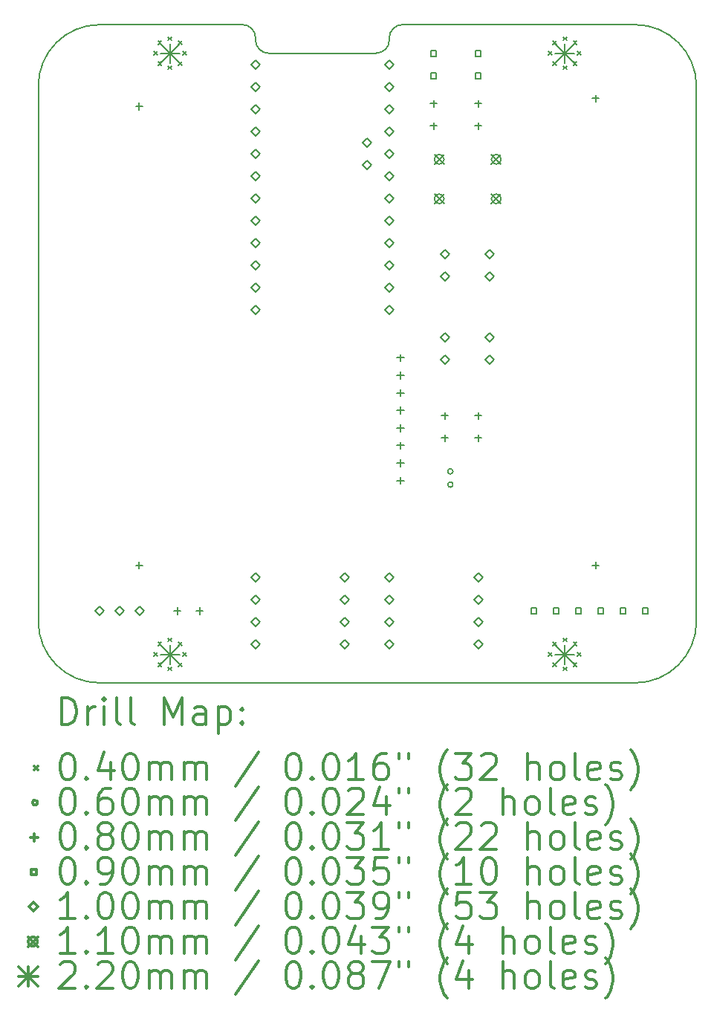
<source format=gbr>
%FSLAX45Y45*%
G04 Gerber Fmt 4.5, Leading zero omitted, Abs format (unit mm)*
G04 Created by KiCad (PCBNEW 4.0.7) date 05/11/18 23:37:20*
%MOMM*%
%LPD*%
G01*
G04 APERTURE LIST*
%ADD10C,0.127000*%
%ADD11C,0.150000*%
%ADD12C,0.200000*%
%ADD13C,0.300000*%
G04 APERTURE END LIST*
D10*
D11*
X12400000Y-7800000D02*
X12425000Y-7800000D01*
X14100000Y-7950000D02*
X14100000Y-7975000D01*
X12575000Y-7950000D02*
X12575000Y-7975000D01*
X12725000Y-8125000D02*
X13950000Y-8125000D01*
X13950000Y-8125000D02*
G75*
G03X14100000Y-7975000I0J150000D01*
G01*
X14250000Y-7800000D02*
G75*
G03X14100000Y-7950000I0J-150000D01*
G01*
X12575000Y-7975000D02*
G75*
G03X12725000Y-8125000I150000J0D01*
G01*
X12575000Y-7950000D02*
G75*
G03X12425000Y-7800000I-150000J0D01*
G01*
X10800000Y-7800000D02*
X12400000Y-7800000D01*
X14250000Y-7800000D02*
X16900000Y-7800000D01*
X10800000Y-15300000D02*
X16900000Y-15300000D01*
X10100000Y-8500000D02*
X10100000Y-14600000D01*
X17600000Y-14600000D02*
X17600000Y-8500000D01*
X17600000Y-8500000D02*
G75*
G03X16900000Y-7800000I-700000J0D01*
G01*
X10100000Y-14600000D02*
G75*
G03X10800000Y-15300000I700000J0D01*
G01*
X16900000Y-15300000D02*
G75*
G03X17600000Y-14600000I0J700000D01*
G01*
X10800000Y-7800000D02*
G75*
G03X10100000Y-8500000I0J-700000D01*
G01*
D12*
X11415000Y-8105000D02*
X11455000Y-8145000D01*
X11455000Y-8105000D02*
X11415000Y-8145000D01*
X11415000Y-14955000D02*
X11455000Y-14995000D01*
X11455000Y-14955000D02*
X11415000Y-14995000D01*
X11463327Y-7988327D02*
X11503327Y-8028327D01*
X11503327Y-7988327D02*
X11463327Y-8028327D01*
X11463327Y-8221673D02*
X11503327Y-8261673D01*
X11503327Y-8221673D02*
X11463327Y-8261673D01*
X11463327Y-14838327D02*
X11503327Y-14878327D01*
X11503327Y-14838327D02*
X11463327Y-14878327D01*
X11463327Y-15071673D02*
X11503327Y-15111673D01*
X11503327Y-15071673D02*
X11463327Y-15111673D01*
X11580000Y-7940000D02*
X11620000Y-7980000D01*
X11620000Y-7940000D02*
X11580000Y-7980000D01*
X11580000Y-8270000D02*
X11620000Y-8310000D01*
X11620000Y-8270000D02*
X11580000Y-8310000D01*
X11580000Y-14790000D02*
X11620000Y-14830000D01*
X11620000Y-14790000D02*
X11580000Y-14830000D01*
X11580000Y-15120000D02*
X11620000Y-15160000D01*
X11620000Y-15120000D02*
X11580000Y-15160000D01*
X11696673Y-7988327D02*
X11736673Y-8028327D01*
X11736673Y-7988327D02*
X11696673Y-8028327D01*
X11696673Y-8221673D02*
X11736673Y-8261673D01*
X11736673Y-8221673D02*
X11696673Y-8261673D01*
X11696673Y-14838327D02*
X11736673Y-14878327D01*
X11736673Y-14838327D02*
X11696673Y-14878327D01*
X11696673Y-15071673D02*
X11736673Y-15111673D01*
X11736673Y-15071673D02*
X11696673Y-15111673D01*
X11745000Y-8105000D02*
X11785000Y-8145000D01*
X11785000Y-8105000D02*
X11745000Y-8145000D01*
X11745000Y-14955000D02*
X11785000Y-14995000D01*
X11785000Y-14955000D02*
X11745000Y-14995000D01*
X15915000Y-8105000D02*
X15955000Y-8145000D01*
X15955000Y-8105000D02*
X15915000Y-8145000D01*
X15915000Y-14955000D02*
X15955000Y-14995000D01*
X15955000Y-14955000D02*
X15915000Y-14995000D01*
X15963327Y-7988327D02*
X16003327Y-8028327D01*
X16003327Y-7988327D02*
X15963327Y-8028327D01*
X15963327Y-8221673D02*
X16003327Y-8261673D01*
X16003327Y-8221673D02*
X15963327Y-8261673D01*
X15963327Y-14838327D02*
X16003327Y-14878327D01*
X16003327Y-14838327D02*
X15963327Y-14878327D01*
X15963327Y-15071673D02*
X16003327Y-15111673D01*
X16003327Y-15071673D02*
X15963327Y-15111673D01*
X16080000Y-7940000D02*
X16120000Y-7980000D01*
X16120000Y-7940000D02*
X16080000Y-7980000D01*
X16080000Y-8270000D02*
X16120000Y-8310000D01*
X16120000Y-8270000D02*
X16080000Y-8310000D01*
X16080000Y-14790000D02*
X16120000Y-14830000D01*
X16120000Y-14790000D02*
X16080000Y-14830000D01*
X16080000Y-15120000D02*
X16120000Y-15160000D01*
X16120000Y-15120000D02*
X16080000Y-15160000D01*
X16196673Y-7988327D02*
X16236673Y-8028327D01*
X16236673Y-7988327D02*
X16196673Y-8028327D01*
X16196673Y-8221673D02*
X16236673Y-8261673D01*
X16236673Y-8221673D02*
X16196673Y-8261673D01*
X16196673Y-14838327D02*
X16236673Y-14878327D01*
X16236673Y-14838327D02*
X16196673Y-14878327D01*
X16196673Y-15071673D02*
X16236673Y-15111673D01*
X16236673Y-15071673D02*
X16196673Y-15111673D01*
X16245000Y-8105000D02*
X16285000Y-8145000D01*
X16285000Y-8105000D02*
X16245000Y-8145000D01*
X16245000Y-14955000D02*
X16285000Y-14995000D01*
X16285000Y-14955000D02*
X16245000Y-14995000D01*
X14825500Y-12890500D02*
G75*
G03X14825500Y-12890500I-30000J0D01*
G01*
X14825500Y-13040500D02*
G75*
G03X14825500Y-13040500I-30000J0D01*
G01*
X11250000Y-8690000D02*
X11250000Y-8770000D01*
X11210000Y-8730000D02*
X11290000Y-8730000D01*
X11250000Y-13920000D02*
X11250000Y-14000000D01*
X11210000Y-13960000D02*
X11290000Y-13960000D01*
X11684000Y-14438000D02*
X11684000Y-14518000D01*
X11644000Y-14478000D02*
X11724000Y-14478000D01*
X11938000Y-14438000D02*
X11938000Y-14518000D01*
X11898000Y-14478000D02*
X11978000Y-14478000D01*
X14228000Y-11554500D02*
X14228000Y-11634500D01*
X14188000Y-11594500D02*
X14268000Y-11594500D01*
X14228000Y-11754500D02*
X14228000Y-11834500D01*
X14188000Y-11794500D02*
X14268000Y-11794500D01*
X14228000Y-11954500D02*
X14228000Y-12034500D01*
X14188000Y-11994500D02*
X14268000Y-11994500D01*
X14228000Y-12154500D02*
X14228000Y-12234500D01*
X14188000Y-12194500D02*
X14268000Y-12194500D01*
X14228000Y-12354500D02*
X14228000Y-12434500D01*
X14188000Y-12394500D02*
X14268000Y-12394500D01*
X14228000Y-12554500D02*
X14228000Y-12634500D01*
X14188000Y-12594500D02*
X14268000Y-12594500D01*
X14228000Y-12754500D02*
X14228000Y-12834500D01*
X14188000Y-12794500D02*
X14268000Y-12794500D01*
X14228000Y-12954500D02*
X14228000Y-13034500D01*
X14188000Y-12994500D02*
X14268000Y-12994500D01*
X14605000Y-8659500D02*
X14605000Y-8739500D01*
X14565000Y-8699500D02*
X14645000Y-8699500D01*
X14605000Y-8913500D02*
X14605000Y-8993500D01*
X14565000Y-8953500D02*
X14645000Y-8953500D01*
X14732000Y-12215500D02*
X14732000Y-12295500D01*
X14692000Y-12255500D02*
X14772000Y-12255500D01*
X14732000Y-12469500D02*
X14732000Y-12549500D01*
X14692000Y-12509500D02*
X14772000Y-12509500D01*
X15113000Y-8659500D02*
X15113000Y-8739500D01*
X15073000Y-8699500D02*
X15153000Y-8699500D01*
X15113000Y-8913500D02*
X15113000Y-8993500D01*
X15073000Y-8953500D02*
X15153000Y-8953500D01*
X15113000Y-12215500D02*
X15113000Y-12295500D01*
X15073000Y-12255500D02*
X15153000Y-12255500D01*
X15113000Y-12469500D02*
X15113000Y-12549500D01*
X15073000Y-12509500D02*
X15153000Y-12509500D01*
X16450000Y-8600000D02*
X16450000Y-8680000D01*
X16410000Y-8640000D02*
X16490000Y-8640000D01*
X16450000Y-13920000D02*
X16450000Y-14000000D01*
X16410000Y-13960000D02*
X16490000Y-13960000D01*
X14636820Y-8159820D02*
X14636820Y-8096180D01*
X14573180Y-8096180D01*
X14573180Y-8159820D01*
X14636820Y-8159820D01*
X14636820Y-8413820D02*
X14636820Y-8350180D01*
X14573180Y-8350180D01*
X14573180Y-8413820D01*
X14636820Y-8413820D01*
X15144820Y-8159820D02*
X15144820Y-8096180D01*
X15081180Y-8096180D01*
X15081180Y-8159820D01*
X15144820Y-8159820D01*
X15144820Y-8413820D02*
X15144820Y-8350180D01*
X15081180Y-8350180D01*
X15081180Y-8413820D01*
X15144820Y-8413820D01*
X15779820Y-14509820D02*
X15779820Y-14446180D01*
X15716180Y-14446180D01*
X15716180Y-14509820D01*
X15779820Y-14509820D01*
X16033820Y-14509820D02*
X16033820Y-14446180D01*
X15970180Y-14446180D01*
X15970180Y-14509820D01*
X16033820Y-14509820D01*
X16287820Y-14509820D02*
X16287820Y-14446180D01*
X16224180Y-14446180D01*
X16224180Y-14509820D01*
X16287820Y-14509820D01*
X16541820Y-14509820D02*
X16541820Y-14446180D01*
X16478180Y-14446180D01*
X16478180Y-14509820D01*
X16541820Y-14509820D01*
X16795820Y-14509820D02*
X16795820Y-14446180D01*
X16732180Y-14446180D01*
X16732180Y-14509820D01*
X16795820Y-14509820D01*
X17049820Y-14509820D02*
X17049820Y-14446180D01*
X16986180Y-14446180D01*
X16986180Y-14509820D01*
X17049820Y-14509820D01*
X10795000Y-14528000D02*
X10845000Y-14478000D01*
X10795000Y-14428000D01*
X10745000Y-14478000D01*
X10795000Y-14528000D01*
X11025000Y-14528000D02*
X11075000Y-14478000D01*
X11025000Y-14428000D01*
X10975000Y-14478000D01*
X11025000Y-14528000D01*
X11255000Y-14528000D02*
X11305000Y-14478000D01*
X11255000Y-14428000D01*
X11205000Y-14478000D01*
X11255000Y-14528000D01*
X12573000Y-8305000D02*
X12623000Y-8255000D01*
X12573000Y-8205000D01*
X12523000Y-8255000D01*
X12573000Y-8305000D01*
X12573000Y-8559000D02*
X12623000Y-8509000D01*
X12573000Y-8459000D01*
X12523000Y-8509000D01*
X12573000Y-8559000D01*
X12573000Y-8813000D02*
X12623000Y-8763000D01*
X12573000Y-8713000D01*
X12523000Y-8763000D01*
X12573000Y-8813000D01*
X12573000Y-9067000D02*
X12623000Y-9017000D01*
X12573000Y-8967000D01*
X12523000Y-9017000D01*
X12573000Y-9067000D01*
X12573000Y-9321000D02*
X12623000Y-9271000D01*
X12573000Y-9221000D01*
X12523000Y-9271000D01*
X12573000Y-9321000D01*
X12573000Y-9575000D02*
X12623000Y-9525000D01*
X12573000Y-9475000D01*
X12523000Y-9525000D01*
X12573000Y-9575000D01*
X12573000Y-9829000D02*
X12623000Y-9779000D01*
X12573000Y-9729000D01*
X12523000Y-9779000D01*
X12573000Y-9829000D01*
X12573000Y-10083000D02*
X12623000Y-10033000D01*
X12573000Y-9983000D01*
X12523000Y-10033000D01*
X12573000Y-10083000D01*
X12573000Y-10337000D02*
X12623000Y-10287000D01*
X12573000Y-10237000D01*
X12523000Y-10287000D01*
X12573000Y-10337000D01*
X12573000Y-10591000D02*
X12623000Y-10541000D01*
X12573000Y-10491000D01*
X12523000Y-10541000D01*
X12573000Y-10591000D01*
X12573000Y-10845000D02*
X12623000Y-10795000D01*
X12573000Y-10745000D01*
X12523000Y-10795000D01*
X12573000Y-10845000D01*
X12573000Y-11099000D02*
X12623000Y-11049000D01*
X12573000Y-10999000D01*
X12523000Y-11049000D01*
X12573000Y-11099000D01*
X12573000Y-14147000D02*
X12623000Y-14097000D01*
X12573000Y-14047000D01*
X12523000Y-14097000D01*
X12573000Y-14147000D01*
X12573000Y-14401000D02*
X12623000Y-14351000D01*
X12573000Y-14301000D01*
X12523000Y-14351000D01*
X12573000Y-14401000D01*
X12573000Y-14655000D02*
X12623000Y-14605000D01*
X12573000Y-14555000D01*
X12523000Y-14605000D01*
X12573000Y-14655000D01*
X12573000Y-14909000D02*
X12623000Y-14859000D01*
X12573000Y-14809000D01*
X12523000Y-14859000D01*
X12573000Y-14909000D01*
X13589000Y-14147000D02*
X13639000Y-14097000D01*
X13589000Y-14047000D01*
X13539000Y-14097000D01*
X13589000Y-14147000D01*
X13589000Y-14401000D02*
X13639000Y-14351000D01*
X13589000Y-14301000D01*
X13539000Y-14351000D01*
X13589000Y-14401000D01*
X13589000Y-14655000D02*
X13639000Y-14605000D01*
X13589000Y-14555000D01*
X13539000Y-14605000D01*
X13589000Y-14655000D01*
X13589000Y-14909000D02*
X13639000Y-14859000D01*
X13589000Y-14809000D01*
X13539000Y-14859000D01*
X13589000Y-14909000D01*
X13843000Y-9194000D02*
X13893000Y-9144000D01*
X13843000Y-9094000D01*
X13793000Y-9144000D01*
X13843000Y-9194000D01*
X13843000Y-9448000D02*
X13893000Y-9398000D01*
X13843000Y-9348000D01*
X13793000Y-9398000D01*
X13843000Y-9448000D01*
X14097000Y-8305000D02*
X14147000Y-8255000D01*
X14097000Y-8205000D01*
X14047000Y-8255000D01*
X14097000Y-8305000D01*
X14097000Y-8559000D02*
X14147000Y-8509000D01*
X14097000Y-8459000D01*
X14047000Y-8509000D01*
X14097000Y-8559000D01*
X14097000Y-8813000D02*
X14147000Y-8763000D01*
X14097000Y-8713000D01*
X14047000Y-8763000D01*
X14097000Y-8813000D01*
X14097000Y-9067000D02*
X14147000Y-9017000D01*
X14097000Y-8967000D01*
X14047000Y-9017000D01*
X14097000Y-9067000D01*
X14097000Y-9321000D02*
X14147000Y-9271000D01*
X14097000Y-9221000D01*
X14047000Y-9271000D01*
X14097000Y-9321000D01*
X14097000Y-9575000D02*
X14147000Y-9525000D01*
X14097000Y-9475000D01*
X14047000Y-9525000D01*
X14097000Y-9575000D01*
X14097000Y-9829000D02*
X14147000Y-9779000D01*
X14097000Y-9729000D01*
X14047000Y-9779000D01*
X14097000Y-9829000D01*
X14097000Y-10083000D02*
X14147000Y-10033000D01*
X14097000Y-9983000D01*
X14047000Y-10033000D01*
X14097000Y-10083000D01*
X14097000Y-10337000D02*
X14147000Y-10287000D01*
X14097000Y-10237000D01*
X14047000Y-10287000D01*
X14097000Y-10337000D01*
X14097000Y-10591000D02*
X14147000Y-10541000D01*
X14097000Y-10491000D01*
X14047000Y-10541000D01*
X14097000Y-10591000D01*
X14097000Y-10845000D02*
X14147000Y-10795000D01*
X14097000Y-10745000D01*
X14047000Y-10795000D01*
X14097000Y-10845000D01*
X14097000Y-11099000D02*
X14147000Y-11049000D01*
X14097000Y-10999000D01*
X14047000Y-11049000D01*
X14097000Y-11099000D01*
X14097000Y-14147000D02*
X14147000Y-14097000D01*
X14097000Y-14047000D01*
X14047000Y-14097000D01*
X14097000Y-14147000D01*
X14097000Y-14401000D02*
X14147000Y-14351000D01*
X14097000Y-14301000D01*
X14047000Y-14351000D01*
X14097000Y-14401000D01*
X14097000Y-14655000D02*
X14147000Y-14605000D01*
X14097000Y-14555000D01*
X14047000Y-14605000D01*
X14097000Y-14655000D01*
X14097000Y-14909000D02*
X14147000Y-14859000D01*
X14097000Y-14809000D01*
X14047000Y-14859000D01*
X14097000Y-14909000D01*
X14732000Y-10464000D02*
X14782000Y-10414000D01*
X14732000Y-10364000D01*
X14682000Y-10414000D01*
X14732000Y-10464000D01*
X14732000Y-10718000D02*
X14782000Y-10668000D01*
X14732000Y-10618000D01*
X14682000Y-10668000D01*
X14732000Y-10718000D01*
X14732000Y-11416500D02*
X14782000Y-11366500D01*
X14732000Y-11316500D01*
X14682000Y-11366500D01*
X14732000Y-11416500D01*
X14732000Y-11670500D02*
X14782000Y-11620500D01*
X14732000Y-11570500D01*
X14682000Y-11620500D01*
X14732000Y-11670500D01*
X15113000Y-14147000D02*
X15163000Y-14097000D01*
X15113000Y-14047000D01*
X15063000Y-14097000D01*
X15113000Y-14147000D01*
X15113000Y-14401000D02*
X15163000Y-14351000D01*
X15113000Y-14301000D01*
X15063000Y-14351000D01*
X15113000Y-14401000D01*
X15113000Y-14655000D02*
X15163000Y-14605000D01*
X15113000Y-14555000D01*
X15063000Y-14605000D01*
X15113000Y-14655000D01*
X15113000Y-14909000D02*
X15163000Y-14859000D01*
X15113000Y-14809000D01*
X15063000Y-14859000D01*
X15113000Y-14909000D01*
X15240000Y-10464000D02*
X15290000Y-10414000D01*
X15240000Y-10364000D01*
X15190000Y-10414000D01*
X15240000Y-10464000D01*
X15240000Y-10718000D02*
X15290000Y-10668000D01*
X15240000Y-10618000D01*
X15190000Y-10668000D01*
X15240000Y-10718000D01*
X15240000Y-11416500D02*
X15290000Y-11366500D01*
X15240000Y-11316500D01*
X15190000Y-11366500D01*
X15240000Y-11416500D01*
X15240000Y-11670500D02*
X15290000Y-11620500D01*
X15240000Y-11570500D01*
X15190000Y-11620500D01*
X15240000Y-11670500D01*
X14613500Y-9279500D02*
X14723500Y-9389500D01*
X14723500Y-9279500D02*
X14613500Y-9389500D01*
X14723500Y-9334500D02*
G75*
G03X14723500Y-9334500I-55000J0D01*
G01*
X14613500Y-9729500D02*
X14723500Y-9839500D01*
X14723500Y-9729500D02*
X14613500Y-9839500D01*
X14723500Y-9784500D02*
G75*
G03X14723500Y-9784500I-55000J0D01*
G01*
X15263500Y-9279500D02*
X15373500Y-9389500D01*
X15373500Y-9279500D02*
X15263500Y-9389500D01*
X15373500Y-9334500D02*
G75*
G03X15373500Y-9334500I-55000J0D01*
G01*
X15263500Y-9729500D02*
X15373500Y-9839500D01*
X15373500Y-9729500D02*
X15263500Y-9839500D01*
X15373500Y-9784500D02*
G75*
G03X15373500Y-9784500I-55000J0D01*
G01*
X11490000Y-8015000D02*
X11710000Y-8235000D01*
X11710000Y-8015000D02*
X11490000Y-8235000D01*
X11600000Y-8015000D02*
X11600000Y-8235000D01*
X11490000Y-8125000D02*
X11710000Y-8125000D01*
X11490000Y-14865000D02*
X11710000Y-15085000D01*
X11710000Y-14865000D02*
X11490000Y-15085000D01*
X11600000Y-14865000D02*
X11600000Y-15085000D01*
X11490000Y-14975000D02*
X11710000Y-14975000D01*
X15990000Y-8015000D02*
X16210000Y-8235000D01*
X16210000Y-8015000D02*
X15990000Y-8235000D01*
X16100000Y-8015000D02*
X16100000Y-8235000D01*
X15990000Y-8125000D02*
X16210000Y-8125000D01*
X15990000Y-14865000D02*
X16210000Y-15085000D01*
X16210000Y-14865000D02*
X15990000Y-15085000D01*
X16100000Y-14865000D02*
X16100000Y-15085000D01*
X15990000Y-14975000D02*
X16210000Y-14975000D01*
D13*
X10363929Y-15773214D02*
X10363929Y-15473214D01*
X10435357Y-15473214D01*
X10478214Y-15487500D01*
X10506786Y-15516071D01*
X10521071Y-15544643D01*
X10535357Y-15601786D01*
X10535357Y-15644643D01*
X10521071Y-15701786D01*
X10506786Y-15730357D01*
X10478214Y-15758929D01*
X10435357Y-15773214D01*
X10363929Y-15773214D01*
X10663929Y-15773214D02*
X10663929Y-15573214D01*
X10663929Y-15630357D02*
X10678214Y-15601786D01*
X10692500Y-15587500D01*
X10721071Y-15573214D01*
X10749643Y-15573214D01*
X10849643Y-15773214D02*
X10849643Y-15573214D01*
X10849643Y-15473214D02*
X10835357Y-15487500D01*
X10849643Y-15501786D01*
X10863929Y-15487500D01*
X10849643Y-15473214D01*
X10849643Y-15501786D01*
X11035357Y-15773214D02*
X11006786Y-15758929D01*
X10992500Y-15730357D01*
X10992500Y-15473214D01*
X11192500Y-15773214D02*
X11163929Y-15758929D01*
X11149643Y-15730357D01*
X11149643Y-15473214D01*
X11535357Y-15773214D02*
X11535357Y-15473214D01*
X11635357Y-15687500D01*
X11735357Y-15473214D01*
X11735357Y-15773214D01*
X12006786Y-15773214D02*
X12006786Y-15616071D01*
X11992500Y-15587500D01*
X11963928Y-15573214D01*
X11906786Y-15573214D01*
X11878214Y-15587500D01*
X12006786Y-15758929D02*
X11978214Y-15773214D01*
X11906786Y-15773214D01*
X11878214Y-15758929D01*
X11863928Y-15730357D01*
X11863928Y-15701786D01*
X11878214Y-15673214D01*
X11906786Y-15658929D01*
X11978214Y-15658929D01*
X12006786Y-15644643D01*
X12149643Y-15573214D02*
X12149643Y-15873214D01*
X12149643Y-15587500D02*
X12178214Y-15573214D01*
X12235357Y-15573214D01*
X12263928Y-15587500D01*
X12278214Y-15601786D01*
X12292500Y-15630357D01*
X12292500Y-15716071D01*
X12278214Y-15744643D01*
X12263928Y-15758929D01*
X12235357Y-15773214D01*
X12178214Y-15773214D01*
X12149643Y-15758929D01*
X12421071Y-15744643D02*
X12435357Y-15758929D01*
X12421071Y-15773214D01*
X12406786Y-15758929D01*
X12421071Y-15744643D01*
X12421071Y-15773214D01*
X12421071Y-15587500D02*
X12435357Y-15601786D01*
X12421071Y-15616071D01*
X12406786Y-15601786D01*
X12421071Y-15587500D01*
X12421071Y-15616071D01*
X10052500Y-16247500D02*
X10092500Y-16287500D01*
X10092500Y-16247500D02*
X10052500Y-16287500D01*
X10421071Y-16103214D02*
X10449643Y-16103214D01*
X10478214Y-16117500D01*
X10492500Y-16131786D01*
X10506786Y-16160357D01*
X10521071Y-16217500D01*
X10521071Y-16288929D01*
X10506786Y-16346071D01*
X10492500Y-16374643D01*
X10478214Y-16388929D01*
X10449643Y-16403214D01*
X10421071Y-16403214D01*
X10392500Y-16388929D01*
X10378214Y-16374643D01*
X10363929Y-16346071D01*
X10349643Y-16288929D01*
X10349643Y-16217500D01*
X10363929Y-16160357D01*
X10378214Y-16131786D01*
X10392500Y-16117500D01*
X10421071Y-16103214D01*
X10649643Y-16374643D02*
X10663929Y-16388929D01*
X10649643Y-16403214D01*
X10635357Y-16388929D01*
X10649643Y-16374643D01*
X10649643Y-16403214D01*
X10921071Y-16203214D02*
X10921071Y-16403214D01*
X10849643Y-16088929D02*
X10778214Y-16303214D01*
X10963928Y-16303214D01*
X11135357Y-16103214D02*
X11163929Y-16103214D01*
X11192500Y-16117500D01*
X11206786Y-16131786D01*
X11221071Y-16160357D01*
X11235357Y-16217500D01*
X11235357Y-16288929D01*
X11221071Y-16346071D01*
X11206786Y-16374643D01*
X11192500Y-16388929D01*
X11163929Y-16403214D01*
X11135357Y-16403214D01*
X11106786Y-16388929D01*
X11092500Y-16374643D01*
X11078214Y-16346071D01*
X11063929Y-16288929D01*
X11063929Y-16217500D01*
X11078214Y-16160357D01*
X11092500Y-16131786D01*
X11106786Y-16117500D01*
X11135357Y-16103214D01*
X11363928Y-16403214D02*
X11363928Y-16203214D01*
X11363928Y-16231786D02*
X11378214Y-16217500D01*
X11406786Y-16203214D01*
X11449643Y-16203214D01*
X11478214Y-16217500D01*
X11492500Y-16246071D01*
X11492500Y-16403214D01*
X11492500Y-16246071D02*
X11506786Y-16217500D01*
X11535357Y-16203214D01*
X11578214Y-16203214D01*
X11606786Y-16217500D01*
X11621071Y-16246071D01*
X11621071Y-16403214D01*
X11763928Y-16403214D02*
X11763928Y-16203214D01*
X11763928Y-16231786D02*
X11778214Y-16217500D01*
X11806786Y-16203214D01*
X11849643Y-16203214D01*
X11878214Y-16217500D01*
X11892500Y-16246071D01*
X11892500Y-16403214D01*
X11892500Y-16246071D02*
X11906786Y-16217500D01*
X11935357Y-16203214D01*
X11978214Y-16203214D01*
X12006786Y-16217500D01*
X12021071Y-16246071D01*
X12021071Y-16403214D01*
X12606786Y-16088929D02*
X12349643Y-16474643D01*
X12992500Y-16103214D02*
X13021071Y-16103214D01*
X13049643Y-16117500D01*
X13063928Y-16131786D01*
X13078214Y-16160357D01*
X13092500Y-16217500D01*
X13092500Y-16288929D01*
X13078214Y-16346071D01*
X13063928Y-16374643D01*
X13049643Y-16388929D01*
X13021071Y-16403214D01*
X12992500Y-16403214D01*
X12963928Y-16388929D01*
X12949643Y-16374643D01*
X12935357Y-16346071D01*
X12921071Y-16288929D01*
X12921071Y-16217500D01*
X12935357Y-16160357D01*
X12949643Y-16131786D01*
X12963928Y-16117500D01*
X12992500Y-16103214D01*
X13221071Y-16374643D02*
X13235357Y-16388929D01*
X13221071Y-16403214D01*
X13206786Y-16388929D01*
X13221071Y-16374643D01*
X13221071Y-16403214D01*
X13421071Y-16103214D02*
X13449643Y-16103214D01*
X13478214Y-16117500D01*
X13492500Y-16131786D01*
X13506785Y-16160357D01*
X13521071Y-16217500D01*
X13521071Y-16288929D01*
X13506785Y-16346071D01*
X13492500Y-16374643D01*
X13478214Y-16388929D01*
X13449643Y-16403214D01*
X13421071Y-16403214D01*
X13392500Y-16388929D01*
X13378214Y-16374643D01*
X13363928Y-16346071D01*
X13349643Y-16288929D01*
X13349643Y-16217500D01*
X13363928Y-16160357D01*
X13378214Y-16131786D01*
X13392500Y-16117500D01*
X13421071Y-16103214D01*
X13806785Y-16403214D02*
X13635357Y-16403214D01*
X13721071Y-16403214D02*
X13721071Y-16103214D01*
X13692500Y-16146071D01*
X13663928Y-16174643D01*
X13635357Y-16188929D01*
X14063928Y-16103214D02*
X14006785Y-16103214D01*
X13978214Y-16117500D01*
X13963928Y-16131786D01*
X13935357Y-16174643D01*
X13921071Y-16231786D01*
X13921071Y-16346071D01*
X13935357Y-16374643D01*
X13949643Y-16388929D01*
X13978214Y-16403214D01*
X14035357Y-16403214D01*
X14063928Y-16388929D01*
X14078214Y-16374643D01*
X14092500Y-16346071D01*
X14092500Y-16274643D01*
X14078214Y-16246071D01*
X14063928Y-16231786D01*
X14035357Y-16217500D01*
X13978214Y-16217500D01*
X13949643Y-16231786D01*
X13935357Y-16246071D01*
X13921071Y-16274643D01*
X14206786Y-16103214D02*
X14206786Y-16160357D01*
X14321071Y-16103214D02*
X14321071Y-16160357D01*
X14763928Y-16517500D02*
X14749643Y-16503214D01*
X14721071Y-16460357D01*
X14706785Y-16431786D01*
X14692500Y-16388929D01*
X14678214Y-16317500D01*
X14678214Y-16260357D01*
X14692500Y-16188929D01*
X14706785Y-16146071D01*
X14721071Y-16117500D01*
X14749643Y-16074643D01*
X14763928Y-16060357D01*
X14849643Y-16103214D02*
X15035357Y-16103214D01*
X14935357Y-16217500D01*
X14978214Y-16217500D01*
X15006785Y-16231786D01*
X15021071Y-16246071D01*
X15035357Y-16274643D01*
X15035357Y-16346071D01*
X15021071Y-16374643D01*
X15006785Y-16388929D01*
X14978214Y-16403214D01*
X14892500Y-16403214D01*
X14863928Y-16388929D01*
X14849643Y-16374643D01*
X15149643Y-16131786D02*
X15163928Y-16117500D01*
X15192500Y-16103214D01*
X15263928Y-16103214D01*
X15292500Y-16117500D01*
X15306785Y-16131786D01*
X15321071Y-16160357D01*
X15321071Y-16188929D01*
X15306785Y-16231786D01*
X15135357Y-16403214D01*
X15321071Y-16403214D01*
X15678214Y-16403214D02*
X15678214Y-16103214D01*
X15806785Y-16403214D02*
X15806785Y-16246071D01*
X15792500Y-16217500D01*
X15763928Y-16203214D01*
X15721071Y-16203214D01*
X15692500Y-16217500D01*
X15678214Y-16231786D01*
X15992500Y-16403214D02*
X15963928Y-16388929D01*
X15949643Y-16374643D01*
X15935357Y-16346071D01*
X15935357Y-16260357D01*
X15949643Y-16231786D01*
X15963928Y-16217500D01*
X15992500Y-16203214D01*
X16035357Y-16203214D01*
X16063928Y-16217500D01*
X16078214Y-16231786D01*
X16092500Y-16260357D01*
X16092500Y-16346071D01*
X16078214Y-16374643D01*
X16063928Y-16388929D01*
X16035357Y-16403214D01*
X15992500Y-16403214D01*
X16263928Y-16403214D02*
X16235357Y-16388929D01*
X16221071Y-16360357D01*
X16221071Y-16103214D01*
X16492500Y-16388929D02*
X16463928Y-16403214D01*
X16406786Y-16403214D01*
X16378214Y-16388929D01*
X16363928Y-16360357D01*
X16363928Y-16246071D01*
X16378214Y-16217500D01*
X16406786Y-16203214D01*
X16463928Y-16203214D01*
X16492500Y-16217500D01*
X16506786Y-16246071D01*
X16506786Y-16274643D01*
X16363928Y-16303214D01*
X16621071Y-16388929D02*
X16649643Y-16403214D01*
X16706786Y-16403214D01*
X16735357Y-16388929D01*
X16749643Y-16360357D01*
X16749643Y-16346071D01*
X16735357Y-16317500D01*
X16706786Y-16303214D01*
X16663928Y-16303214D01*
X16635357Y-16288929D01*
X16621071Y-16260357D01*
X16621071Y-16246071D01*
X16635357Y-16217500D01*
X16663928Y-16203214D01*
X16706786Y-16203214D01*
X16735357Y-16217500D01*
X16849643Y-16517500D02*
X16863929Y-16503214D01*
X16892500Y-16460357D01*
X16906786Y-16431786D01*
X16921071Y-16388929D01*
X16935357Y-16317500D01*
X16935357Y-16260357D01*
X16921071Y-16188929D01*
X16906786Y-16146071D01*
X16892500Y-16117500D01*
X16863929Y-16074643D01*
X16849643Y-16060357D01*
X10092500Y-16663500D02*
G75*
G03X10092500Y-16663500I-30000J0D01*
G01*
X10421071Y-16499214D02*
X10449643Y-16499214D01*
X10478214Y-16513500D01*
X10492500Y-16527786D01*
X10506786Y-16556357D01*
X10521071Y-16613500D01*
X10521071Y-16684929D01*
X10506786Y-16742071D01*
X10492500Y-16770643D01*
X10478214Y-16784929D01*
X10449643Y-16799214D01*
X10421071Y-16799214D01*
X10392500Y-16784929D01*
X10378214Y-16770643D01*
X10363929Y-16742071D01*
X10349643Y-16684929D01*
X10349643Y-16613500D01*
X10363929Y-16556357D01*
X10378214Y-16527786D01*
X10392500Y-16513500D01*
X10421071Y-16499214D01*
X10649643Y-16770643D02*
X10663929Y-16784929D01*
X10649643Y-16799214D01*
X10635357Y-16784929D01*
X10649643Y-16770643D01*
X10649643Y-16799214D01*
X10921071Y-16499214D02*
X10863928Y-16499214D01*
X10835357Y-16513500D01*
X10821071Y-16527786D01*
X10792500Y-16570643D01*
X10778214Y-16627786D01*
X10778214Y-16742071D01*
X10792500Y-16770643D01*
X10806786Y-16784929D01*
X10835357Y-16799214D01*
X10892500Y-16799214D01*
X10921071Y-16784929D01*
X10935357Y-16770643D01*
X10949643Y-16742071D01*
X10949643Y-16670643D01*
X10935357Y-16642071D01*
X10921071Y-16627786D01*
X10892500Y-16613500D01*
X10835357Y-16613500D01*
X10806786Y-16627786D01*
X10792500Y-16642071D01*
X10778214Y-16670643D01*
X11135357Y-16499214D02*
X11163929Y-16499214D01*
X11192500Y-16513500D01*
X11206786Y-16527786D01*
X11221071Y-16556357D01*
X11235357Y-16613500D01*
X11235357Y-16684929D01*
X11221071Y-16742071D01*
X11206786Y-16770643D01*
X11192500Y-16784929D01*
X11163929Y-16799214D01*
X11135357Y-16799214D01*
X11106786Y-16784929D01*
X11092500Y-16770643D01*
X11078214Y-16742071D01*
X11063929Y-16684929D01*
X11063929Y-16613500D01*
X11078214Y-16556357D01*
X11092500Y-16527786D01*
X11106786Y-16513500D01*
X11135357Y-16499214D01*
X11363928Y-16799214D02*
X11363928Y-16599214D01*
X11363928Y-16627786D02*
X11378214Y-16613500D01*
X11406786Y-16599214D01*
X11449643Y-16599214D01*
X11478214Y-16613500D01*
X11492500Y-16642071D01*
X11492500Y-16799214D01*
X11492500Y-16642071D02*
X11506786Y-16613500D01*
X11535357Y-16599214D01*
X11578214Y-16599214D01*
X11606786Y-16613500D01*
X11621071Y-16642071D01*
X11621071Y-16799214D01*
X11763928Y-16799214D02*
X11763928Y-16599214D01*
X11763928Y-16627786D02*
X11778214Y-16613500D01*
X11806786Y-16599214D01*
X11849643Y-16599214D01*
X11878214Y-16613500D01*
X11892500Y-16642071D01*
X11892500Y-16799214D01*
X11892500Y-16642071D02*
X11906786Y-16613500D01*
X11935357Y-16599214D01*
X11978214Y-16599214D01*
X12006786Y-16613500D01*
X12021071Y-16642071D01*
X12021071Y-16799214D01*
X12606786Y-16484929D02*
X12349643Y-16870643D01*
X12992500Y-16499214D02*
X13021071Y-16499214D01*
X13049643Y-16513500D01*
X13063928Y-16527786D01*
X13078214Y-16556357D01*
X13092500Y-16613500D01*
X13092500Y-16684929D01*
X13078214Y-16742071D01*
X13063928Y-16770643D01*
X13049643Y-16784929D01*
X13021071Y-16799214D01*
X12992500Y-16799214D01*
X12963928Y-16784929D01*
X12949643Y-16770643D01*
X12935357Y-16742071D01*
X12921071Y-16684929D01*
X12921071Y-16613500D01*
X12935357Y-16556357D01*
X12949643Y-16527786D01*
X12963928Y-16513500D01*
X12992500Y-16499214D01*
X13221071Y-16770643D02*
X13235357Y-16784929D01*
X13221071Y-16799214D01*
X13206786Y-16784929D01*
X13221071Y-16770643D01*
X13221071Y-16799214D01*
X13421071Y-16499214D02*
X13449643Y-16499214D01*
X13478214Y-16513500D01*
X13492500Y-16527786D01*
X13506785Y-16556357D01*
X13521071Y-16613500D01*
X13521071Y-16684929D01*
X13506785Y-16742071D01*
X13492500Y-16770643D01*
X13478214Y-16784929D01*
X13449643Y-16799214D01*
X13421071Y-16799214D01*
X13392500Y-16784929D01*
X13378214Y-16770643D01*
X13363928Y-16742071D01*
X13349643Y-16684929D01*
X13349643Y-16613500D01*
X13363928Y-16556357D01*
X13378214Y-16527786D01*
X13392500Y-16513500D01*
X13421071Y-16499214D01*
X13635357Y-16527786D02*
X13649643Y-16513500D01*
X13678214Y-16499214D01*
X13749643Y-16499214D01*
X13778214Y-16513500D01*
X13792500Y-16527786D01*
X13806785Y-16556357D01*
X13806785Y-16584929D01*
X13792500Y-16627786D01*
X13621071Y-16799214D01*
X13806785Y-16799214D01*
X14063928Y-16599214D02*
X14063928Y-16799214D01*
X13992500Y-16484929D02*
X13921071Y-16699214D01*
X14106785Y-16699214D01*
X14206786Y-16499214D02*
X14206786Y-16556357D01*
X14321071Y-16499214D02*
X14321071Y-16556357D01*
X14763928Y-16913500D02*
X14749643Y-16899214D01*
X14721071Y-16856357D01*
X14706785Y-16827786D01*
X14692500Y-16784929D01*
X14678214Y-16713500D01*
X14678214Y-16656357D01*
X14692500Y-16584929D01*
X14706785Y-16542071D01*
X14721071Y-16513500D01*
X14749643Y-16470643D01*
X14763928Y-16456357D01*
X14863928Y-16527786D02*
X14878214Y-16513500D01*
X14906785Y-16499214D01*
X14978214Y-16499214D01*
X15006785Y-16513500D01*
X15021071Y-16527786D01*
X15035357Y-16556357D01*
X15035357Y-16584929D01*
X15021071Y-16627786D01*
X14849643Y-16799214D01*
X15035357Y-16799214D01*
X15392500Y-16799214D02*
X15392500Y-16499214D01*
X15521071Y-16799214D02*
X15521071Y-16642071D01*
X15506785Y-16613500D01*
X15478214Y-16599214D01*
X15435357Y-16599214D01*
X15406785Y-16613500D01*
X15392500Y-16627786D01*
X15706785Y-16799214D02*
X15678214Y-16784929D01*
X15663928Y-16770643D01*
X15649643Y-16742071D01*
X15649643Y-16656357D01*
X15663928Y-16627786D01*
X15678214Y-16613500D01*
X15706785Y-16599214D01*
X15749643Y-16599214D01*
X15778214Y-16613500D01*
X15792500Y-16627786D01*
X15806785Y-16656357D01*
X15806785Y-16742071D01*
X15792500Y-16770643D01*
X15778214Y-16784929D01*
X15749643Y-16799214D01*
X15706785Y-16799214D01*
X15978214Y-16799214D02*
X15949643Y-16784929D01*
X15935357Y-16756357D01*
X15935357Y-16499214D01*
X16206786Y-16784929D02*
X16178214Y-16799214D01*
X16121071Y-16799214D01*
X16092500Y-16784929D01*
X16078214Y-16756357D01*
X16078214Y-16642071D01*
X16092500Y-16613500D01*
X16121071Y-16599214D01*
X16178214Y-16599214D01*
X16206786Y-16613500D01*
X16221071Y-16642071D01*
X16221071Y-16670643D01*
X16078214Y-16699214D01*
X16335357Y-16784929D02*
X16363928Y-16799214D01*
X16421071Y-16799214D01*
X16449643Y-16784929D01*
X16463928Y-16756357D01*
X16463928Y-16742071D01*
X16449643Y-16713500D01*
X16421071Y-16699214D01*
X16378214Y-16699214D01*
X16349643Y-16684929D01*
X16335357Y-16656357D01*
X16335357Y-16642071D01*
X16349643Y-16613500D01*
X16378214Y-16599214D01*
X16421071Y-16599214D01*
X16449643Y-16613500D01*
X16563928Y-16913500D02*
X16578214Y-16899214D01*
X16606786Y-16856357D01*
X16621071Y-16827786D01*
X16635357Y-16784929D01*
X16649643Y-16713500D01*
X16649643Y-16656357D01*
X16635357Y-16584929D01*
X16621071Y-16542071D01*
X16606786Y-16513500D01*
X16578214Y-16470643D01*
X16563928Y-16456357D01*
X10052500Y-17019500D02*
X10052500Y-17099500D01*
X10012500Y-17059500D02*
X10092500Y-17059500D01*
X10421071Y-16895214D02*
X10449643Y-16895214D01*
X10478214Y-16909500D01*
X10492500Y-16923786D01*
X10506786Y-16952357D01*
X10521071Y-17009500D01*
X10521071Y-17080929D01*
X10506786Y-17138072D01*
X10492500Y-17166643D01*
X10478214Y-17180929D01*
X10449643Y-17195214D01*
X10421071Y-17195214D01*
X10392500Y-17180929D01*
X10378214Y-17166643D01*
X10363929Y-17138072D01*
X10349643Y-17080929D01*
X10349643Y-17009500D01*
X10363929Y-16952357D01*
X10378214Y-16923786D01*
X10392500Y-16909500D01*
X10421071Y-16895214D01*
X10649643Y-17166643D02*
X10663929Y-17180929D01*
X10649643Y-17195214D01*
X10635357Y-17180929D01*
X10649643Y-17166643D01*
X10649643Y-17195214D01*
X10835357Y-17023786D02*
X10806786Y-17009500D01*
X10792500Y-16995214D01*
X10778214Y-16966643D01*
X10778214Y-16952357D01*
X10792500Y-16923786D01*
X10806786Y-16909500D01*
X10835357Y-16895214D01*
X10892500Y-16895214D01*
X10921071Y-16909500D01*
X10935357Y-16923786D01*
X10949643Y-16952357D01*
X10949643Y-16966643D01*
X10935357Y-16995214D01*
X10921071Y-17009500D01*
X10892500Y-17023786D01*
X10835357Y-17023786D01*
X10806786Y-17038072D01*
X10792500Y-17052357D01*
X10778214Y-17080929D01*
X10778214Y-17138072D01*
X10792500Y-17166643D01*
X10806786Y-17180929D01*
X10835357Y-17195214D01*
X10892500Y-17195214D01*
X10921071Y-17180929D01*
X10935357Y-17166643D01*
X10949643Y-17138072D01*
X10949643Y-17080929D01*
X10935357Y-17052357D01*
X10921071Y-17038072D01*
X10892500Y-17023786D01*
X11135357Y-16895214D02*
X11163929Y-16895214D01*
X11192500Y-16909500D01*
X11206786Y-16923786D01*
X11221071Y-16952357D01*
X11235357Y-17009500D01*
X11235357Y-17080929D01*
X11221071Y-17138072D01*
X11206786Y-17166643D01*
X11192500Y-17180929D01*
X11163929Y-17195214D01*
X11135357Y-17195214D01*
X11106786Y-17180929D01*
X11092500Y-17166643D01*
X11078214Y-17138072D01*
X11063929Y-17080929D01*
X11063929Y-17009500D01*
X11078214Y-16952357D01*
X11092500Y-16923786D01*
X11106786Y-16909500D01*
X11135357Y-16895214D01*
X11363928Y-17195214D02*
X11363928Y-16995214D01*
X11363928Y-17023786D02*
X11378214Y-17009500D01*
X11406786Y-16995214D01*
X11449643Y-16995214D01*
X11478214Y-17009500D01*
X11492500Y-17038072D01*
X11492500Y-17195214D01*
X11492500Y-17038072D02*
X11506786Y-17009500D01*
X11535357Y-16995214D01*
X11578214Y-16995214D01*
X11606786Y-17009500D01*
X11621071Y-17038072D01*
X11621071Y-17195214D01*
X11763928Y-17195214D02*
X11763928Y-16995214D01*
X11763928Y-17023786D02*
X11778214Y-17009500D01*
X11806786Y-16995214D01*
X11849643Y-16995214D01*
X11878214Y-17009500D01*
X11892500Y-17038072D01*
X11892500Y-17195214D01*
X11892500Y-17038072D02*
X11906786Y-17009500D01*
X11935357Y-16995214D01*
X11978214Y-16995214D01*
X12006786Y-17009500D01*
X12021071Y-17038072D01*
X12021071Y-17195214D01*
X12606786Y-16880929D02*
X12349643Y-17266643D01*
X12992500Y-16895214D02*
X13021071Y-16895214D01*
X13049643Y-16909500D01*
X13063928Y-16923786D01*
X13078214Y-16952357D01*
X13092500Y-17009500D01*
X13092500Y-17080929D01*
X13078214Y-17138072D01*
X13063928Y-17166643D01*
X13049643Y-17180929D01*
X13021071Y-17195214D01*
X12992500Y-17195214D01*
X12963928Y-17180929D01*
X12949643Y-17166643D01*
X12935357Y-17138072D01*
X12921071Y-17080929D01*
X12921071Y-17009500D01*
X12935357Y-16952357D01*
X12949643Y-16923786D01*
X12963928Y-16909500D01*
X12992500Y-16895214D01*
X13221071Y-17166643D02*
X13235357Y-17180929D01*
X13221071Y-17195214D01*
X13206786Y-17180929D01*
X13221071Y-17166643D01*
X13221071Y-17195214D01*
X13421071Y-16895214D02*
X13449643Y-16895214D01*
X13478214Y-16909500D01*
X13492500Y-16923786D01*
X13506785Y-16952357D01*
X13521071Y-17009500D01*
X13521071Y-17080929D01*
X13506785Y-17138072D01*
X13492500Y-17166643D01*
X13478214Y-17180929D01*
X13449643Y-17195214D01*
X13421071Y-17195214D01*
X13392500Y-17180929D01*
X13378214Y-17166643D01*
X13363928Y-17138072D01*
X13349643Y-17080929D01*
X13349643Y-17009500D01*
X13363928Y-16952357D01*
X13378214Y-16923786D01*
X13392500Y-16909500D01*
X13421071Y-16895214D01*
X13621071Y-16895214D02*
X13806785Y-16895214D01*
X13706785Y-17009500D01*
X13749643Y-17009500D01*
X13778214Y-17023786D01*
X13792500Y-17038072D01*
X13806785Y-17066643D01*
X13806785Y-17138072D01*
X13792500Y-17166643D01*
X13778214Y-17180929D01*
X13749643Y-17195214D01*
X13663928Y-17195214D01*
X13635357Y-17180929D01*
X13621071Y-17166643D01*
X14092500Y-17195214D02*
X13921071Y-17195214D01*
X14006785Y-17195214D02*
X14006785Y-16895214D01*
X13978214Y-16938072D01*
X13949643Y-16966643D01*
X13921071Y-16980929D01*
X14206786Y-16895214D02*
X14206786Y-16952357D01*
X14321071Y-16895214D02*
X14321071Y-16952357D01*
X14763928Y-17309500D02*
X14749643Y-17295214D01*
X14721071Y-17252357D01*
X14706785Y-17223786D01*
X14692500Y-17180929D01*
X14678214Y-17109500D01*
X14678214Y-17052357D01*
X14692500Y-16980929D01*
X14706785Y-16938072D01*
X14721071Y-16909500D01*
X14749643Y-16866643D01*
X14763928Y-16852357D01*
X14863928Y-16923786D02*
X14878214Y-16909500D01*
X14906785Y-16895214D01*
X14978214Y-16895214D01*
X15006785Y-16909500D01*
X15021071Y-16923786D01*
X15035357Y-16952357D01*
X15035357Y-16980929D01*
X15021071Y-17023786D01*
X14849643Y-17195214D01*
X15035357Y-17195214D01*
X15149643Y-16923786D02*
X15163928Y-16909500D01*
X15192500Y-16895214D01*
X15263928Y-16895214D01*
X15292500Y-16909500D01*
X15306785Y-16923786D01*
X15321071Y-16952357D01*
X15321071Y-16980929D01*
X15306785Y-17023786D01*
X15135357Y-17195214D01*
X15321071Y-17195214D01*
X15678214Y-17195214D02*
X15678214Y-16895214D01*
X15806785Y-17195214D02*
X15806785Y-17038072D01*
X15792500Y-17009500D01*
X15763928Y-16995214D01*
X15721071Y-16995214D01*
X15692500Y-17009500D01*
X15678214Y-17023786D01*
X15992500Y-17195214D02*
X15963928Y-17180929D01*
X15949643Y-17166643D01*
X15935357Y-17138072D01*
X15935357Y-17052357D01*
X15949643Y-17023786D01*
X15963928Y-17009500D01*
X15992500Y-16995214D01*
X16035357Y-16995214D01*
X16063928Y-17009500D01*
X16078214Y-17023786D01*
X16092500Y-17052357D01*
X16092500Y-17138072D01*
X16078214Y-17166643D01*
X16063928Y-17180929D01*
X16035357Y-17195214D01*
X15992500Y-17195214D01*
X16263928Y-17195214D02*
X16235357Y-17180929D01*
X16221071Y-17152357D01*
X16221071Y-16895214D01*
X16492500Y-17180929D02*
X16463928Y-17195214D01*
X16406786Y-17195214D01*
X16378214Y-17180929D01*
X16363928Y-17152357D01*
X16363928Y-17038072D01*
X16378214Y-17009500D01*
X16406786Y-16995214D01*
X16463928Y-16995214D01*
X16492500Y-17009500D01*
X16506786Y-17038072D01*
X16506786Y-17066643D01*
X16363928Y-17095214D01*
X16621071Y-17180929D02*
X16649643Y-17195214D01*
X16706786Y-17195214D01*
X16735357Y-17180929D01*
X16749643Y-17152357D01*
X16749643Y-17138072D01*
X16735357Y-17109500D01*
X16706786Y-17095214D01*
X16663928Y-17095214D01*
X16635357Y-17080929D01*
X16621071Y-17052357D01*
X16621071Y-17038072D01*
X16635357Y-17009500D01*
X16663928Y-16995214D01*
X16706786Y-16995214D01*
X16735357Y-17009500D01*
X16849643Y-17309500D02*
X16863929Y-17295214D01*
X16892500Y-17252357D01*
X16906786Y-17223786D01*
X16921071Y-17180929D01*
X16935357Y-17109500D01*
X16935357Y-17052357D01*
X16921071Y-16980929D01*
X16906786Y-16938072D01*
X16892500Y-16909500D01*
X16863929Y-16866643D01*
X16849643Y-16852357D01*
X10079320Y-17487320D02*
X10079320Y-17423680D01*
X10015680Y-17423680D01*
X10015680Y-17487320D01*
X10079320Y-17487320D01*
X10421071Y-17291214D02*
X10449643Y-17291214D01*
X10478214Y-17305500D01*
X10492500Y-17319786D01*
X10506786Y-17348357D01*
X10521071Y-17405500D01*
X10521071Y-17476929D01*
X10506786Y-17534072D01*
X10492500Y-17562643D01*
X10478214Y-17576929D01*
X10449643Y-17591214D01*
X10421071Y-17591214D01*
X10392500Y-17576929D01*
X10378214Y-17562643D01*
X10363929Y-17534072D01*
X10349643Y-17476929D01*
X10349643Y-17405500D01*
X10363929Y-17348357D01*
X10378214Y-17319786D01*
X10392500Y-17305500D01*
X10421071Y-17291214D01*
X10649643Y-17562643D02*
X10663929Y-17576929D01*
X10649643Y-17591214D01*
X10635357Y-17576929D01*
X10649643Y-17562643D01*
X10649643Y-17591214D01*
X10806786Y-17591214D02*
X10863928Y-17591214D01*
X10892500Y-17576929D01*
X10906786Y-17562643D01*
X10935357Y-17519786D01*
X10949643Y-17462643D01*
X10949643Y-17348357D01*
X10935357Y-17319786D01*
X10921071Y-17305500D01*
X10892500Y-17291214D01*
X10835357Y-17291214D01*
X10806786Y-17305500D01*
X10792500Y-17319786D01*
X10778214Y-17348357D01*
X10778214Y-17419786D01*
X10792500Y-17448357D01*
X10806786Y-17462643D01*
X10835357Y-17476929D01*
X10892500Y-17476929D01*
X10921071Y-17462643D01*
X10935357Y-17448357D01*
X10949643Y-17419786D01*
X11135357Y-17291214D02*
X11163929Y-17291214D01*
X11192500Y-17305500D01*
X11206786Y-17319786D01*
X11221071Y-17348357D01*
X11235357Y-17405500D01*
X11235357Y-17476929D01*
X11221071Y-17534072D01*
X11206786Y-17562643D01*
X11192500Y-17576929D01*
X11163929Y-17591214D01*
X11135357Y-17591214D01*
X11106786Y-17576929D01*
X11092500Y-17562643D01*
X11078214Y-17534072D01*
X11063929Y-17476929D01*
X11063929Y-17405500D01*
X11078214Y-17348357D01*
X11092500Y-17319786D01*
X11106786Y-17305500D01*
X11135357Y-17291214D01*
X11363928Y-17591214D02*
X11363928Y-17391214D01*
X11363928Y-17419786D02*
X11378214Y-17405500D01*
X11406786Y-17391214D01*
X11449643Y-17391214D01*
X11478214Y-17405500D01*
X11492500Y-17434072D01*
X11492500Y-17591214D01*
X11492500Y-17434072D02*
X11506786Y-17405500D01*
X11535357Y-17391214D01*
X11578214Y-17391214D01*
X11606786Y-17405500D01*
X11621071Y-17434072D01*
X11621071Y-17591214D01*
X11763928Y-17591214D02*
X11763928Y-17391214D01*
X11763928Y-17419786D02*
X11778214Y-17405500D01*
X11806786Y-17391214D01*
X11849643Y-17391214D01*
X11878214Y-17405500D01*
X11892500Y-17434072D01*
X11892500Y-17591214D01*
X11892500Y-17434072D02*
X11906786Y-17405500D01*
X11935357Y-17391214D01*
X11978214Y-17391214D01*
X12006786Y-17405500D01*
X12021071Y-17434072D01*
X12021071Y-17591214D01*
X12606786Y-17276929D02*
X12349643Y-17662643D01*
X12992500Y-17291214D02*
X13021071Y-17291214D01*
X13049643Y-17305500D01*
X13063928Y-17319786D01*
X13078214Y-17348357D01*
X13092500Y-17405500D01*
X13092500Y-17476929D01*
X13078214Y-17534072D01*
X13063928Y-17562643D01*
X13049643Y-17576929D01*
X13021071Y-17591214D01*
X12992500Y-17591214D01*
X12963928Y-17576929D01*
X12949643Y-17562643D01*
X12935357Y-17534072D01*
X12921071Y-17476929D01*
X12921071Y-17405500D01*
X12935357Y-17348357D01*
X12949643Y-17319786D01*
X12963928Y-17305500D01*
X12992500Y-17291214D01*
X13221071Y-17562643D02*
X13235357Y-17576929D01*
X13221071Y-17591214D01*
X13206786Y-17576929D01*
X13221071Y-17562643D01*
X13221071Y-17591214D01*
X13421071Y-17291214D02*
X13449643Y-17291214D01*
X13478214Y-17305500D01*
X13492500Y-17319786D01*
X13506785Y-17348357D01*
X13521071Y-17405500D01*
X13521071Y-17476929D01*
X13506785Y-17534072D01*
X13492500Y-17562643D01*
X13478214Y-17576929D01*
X13449643Y-17591214D01*
X13421071Y-17591214D01*
X13392500Y-17576929D01*
X13378214Y-17562643D01*
X13363928Y-17534072D01*
X13349643Y-17476929D01*
X13349643Y-17405500D01*
X13363928Y-17348357D01*
X13378214Y-17319786D01*
X13392500Y-17305500D01*
X13421071Y-17291214D01*
X13621071Y-17291214D02*
X13806785Y-17291214D01*
X13706785Y-17405500D01*
X13749643Y-17405500D01*
X13778214Y-17419786D01*
X13792500Y-17434072D01*
X13806785Y-17462643D01*
X13806785Y-17534072D01*
X13792500Y-17562643D01*
X13778214Y-17576929D01*
X13749643Y-17591214D01*
X13663928Y-17591214D01*
X13635357Y-17576929D01*
X13621071Y-17562643D01*
X14078214Y-17291214D02*
X13935357Y-17291214D01*
X13921071Y-17434072D01*
X13935357Y-17419786D01*
X13963928Y-17405500D01*
X14035357Y-17405500D01*
X14063928Y-17419786D01*
X14078214Y-17434072D01*
X14092500Y-17462643D01*
X14092500Y-17534072D01*
X14078214Y-17562643D01*
X14063928Y-17576929D01*
X14035357Y-17591214D01*
X13963928Y-17591214D01*
X13935357Y-17576929D01*
X13921071Y-17562643D01*
X14206786Y-17291214D02*
X14206786Y-17348357D01*
X14321071Y-17291214D02*
X14321071Y-17348357D01*
X14763928Y-17705500D02*
X14749643Y-17691214D01*
X14721071Y-17648357D01*
X14706785Y-17619786D01*
X14692500Y-17576929D01*
X14678214Y-17505500D01*
X14678214Y-17448357D01*
X14692500Y-17376929D01*
X14706785Y-17334072D01*
X14721071Y-17305500D01*
X14749643Y-17262643D01*
X14763928Y-17248357D01*
X15035357Y-17591214D02*
X14863928Y-17591214D01*
X14949643Y-17591214D02*
X14949643Y-17291214D01*
X14921071Y-17334072D01*
X14892500Y-17362643D01*
X14863928Y-17376929D01*
X15221071Y-17291214D02*
X15249643Y-17291214D01*
X15278214Y-17305500D01*
X15292500Y-17319786D01*
X15306785Y-17348357D01*
X15321071Y-17405500D01*
X15321071Y-17476929D01*
X15306785Y-17534072D01*
X15292500Y-17562643D01*
X15278214Y-17576929D01*
X15249643Y-17591214D01*
X15221071Y-17591214D01*
X15192500Y-17576929D01*
X15178214Y-17562643D01*
X15163928Y-17534072D01*
X15149643Y-17476929D01*
X15149643Y-17405500D01*
X15163928Y-17348357D01*
X15178214Y-17319786D01*
X15192500Y-17305500D01*
X15221071Y-17291214D01*
X15678214Y-17591214D02*
X15678214Y-17291214D01*
X15806785Y-17591214D02*
X15806785Y-17434072D01*
X15792500Y-17405500D01*
X15763928Y-17391214D01*
X15721071Y-17391214D01*
X15692500Y-17405500D01*
X15678214Y-17419786D01*
X15992500Y-17591214D02*
X15963928Y-17576929D01*
X15949643Y-17562643D01*
X15935357Y-17534072D01*
X15935357Y-17448357D01*
X15949643Y-17419786D01*
X15963928Y-17405500D01*
X15992500Y-17391214D01*
X16035357Y-17391214D01*
X16063928Y-17405500D01*
X16078214Y-17419786D01*
X16092500Y-17448357D01*
X16092500Y-17534072D01*
X16078214Y-17562643D01*
X16063928Y-17576929D01*
X16035357Y-17591214D01*
X15992500Y-17591214D01*
X16263928Y-17591214D02*
X16235357Y-17576929D01*
X16221071Y-17548357D01*
X16221071Y-17291214D01*
X16492500Y-17576929D02*
X16463928Y-17591214D01*
X16406786Y-17591214D01*
X16378214Y-17576929D01*
X16363928Y-17548357D01*
X16363928Y-17434072D01*
X16378214Y-17405500D01*
X16406786Y-17391214D01*
X16463928Y-17391214D01*
X16492500Y-17405500D01*
X16506786Y-17434072D01*
X16506786Y-17462643D01*
X16363928Y-17491214D01*
X16621071Y-17576929D02*
X16649643Y-17591214D01*
X16706786Y-17591214D01*
X16735357Y-17576929D01*
X16749643Y-17548357D01*
X16749643Y-17534072D01*
X16735357Y-17505500D01*
X16706786Y-17491214D01*
X16663928Y-17491214D01*
X16635357Y-17476929D01*
X16621071Y-17448357D01*
X16621071Y-17434072D01*
X16635357Y-17405500D01*
X16663928Y-17391214D01*
X16706786Y-17391214D01*
X16735357Y-17405500D01*
X16849643Y-17705500D02*
X16863929Y-17691214D01*
X16892500Y-17648357D01*
X16906786Y-17619786D01*
X16921071Y-17576929D01*
X16935357Y-17505500D01*
X16935357Y-17448357D01*
X16921071Y-17376929D01*
X16906786Y-17334072D01*
X16892500Y-17305500D01*
X16863929Y-17262643D01*
X16849643Y-17248357D01*
X10042500Y-17901500D02*
X10092500Y-17851500D01*
X10042500Y-17801500D01*
X9992500Y-17851500D01*
X10042500Y-17901500D01*
X10521071Y-17987214D02*
X10349643Y-17987214D01*
X10435357Y-17987214D02*
X10435357Y-17687214D01*
X10406786Y-17730072D01*
X10378214Y-17758643D01*
X10349643Y-17772929D01*
X10649643Y-17958643D02*
X10663929Y-17972929D01*
X10649643Y-17987214D01*
X10635357Y-17972929D01*
X10649643Y-17958643D01*
X10649643Y-17987214D01*
X10849643Y-17687214D02*
X10878214Y-17687214D01*
X10906786Y-17701500D01*
X10921071Y-17715786D01*
X10935357Y-17744357D01*
X10949643Y-17801500D01*
X10949643Y-17872929D01*
X10935357Y-17930072D01*
X10921071Y-17958643D01*
X10906786Y-17972929D01*
X10878214Y-17987214D01*
X10849643Y-17987214D01*
X10821071Y-17972929D01*
X10806786Y-17958643D01*
X10792500Y-17930072D01*
X10778214Y-17872929D01*
X10778214Y-17801500D01*
X10792500Y-17744357D01*
X10806786Y-17715786D01*
X10821071Y-17701500D01*
X10849643Y-17687214D01*
X11135357Y-17687214D02*
X11163929Y-17687214D01*
X11192500Y-17701500D01*
X11206786Y-17715786D01*
X11221071Y-17744357D01*
X11235357Y-17801500D01*
X11235357Y-17872929D01*
X11221071Y-17930072D01*
X11206786Y-17958643D01*
X11192500Y-17972929D01*
X11163929Y-17987214D01*
X11135357Y-17987214D01*
X11106786Y-17972929D01*
X11092500Y-17958643D01*
X11078214Y-17930072D01*
X11063929Y-17872929D01*
X11063929Y-17801500D01*
X11078214Y-17744357D01*
X11092500Y-17715786D01*
X11106786Y-17701500D01*
X11135357Y-17687214D01*
X11363928Y-17987214D02*
X11363928Y-17787214D01*
X11363928Y-17815786D02*
X11378214Y-17801500D01*
X11406786Y-17787214D01*
X11449643Y-17787214D01*
X11478214Y-17801500D01*
X11492500Y-17830072D01*
X11492500Y-17987214D01*
X11492500Y-17830072D02*
X11506786Y-17801500D01*
X11535357Y-17787214D01*
X11578214Y-17787214D01*
X11606786Y-17801500D01*
X11621071Y-17830072D01*
X11621071Y-17987214D01*
X11763928Y-17987214D02*
X11763928Y-17787214D01*
X11763928Y-17815786D02*
X11778214Y-17801500D01*
X11806786Y-17787214D01*
X11849643Y-17787214D01*
X11878214Y-17801500D01*
X11892500Y-17830072D01*
X11892500Y-17987214D01*
X11892500Y-17830072D02*
X11906786Y-17801500D01*
X11935357Y-17787214D01*
X11978214Y-17787214D01*
X12006786Y-17801500D01*
X12021071Y-17830072D01*
X12021071Y-17987214D01*
X12606786Y-17672929D02*
X12349643Y-18058643D01*
X12992500Y-17687214D02*
X13021071Y-17687214D01*
X13049643Y-17701500D01*
X13063928Y-17715786D01*
X13078214Y-17744357D01*
X13092500Y-17801500D01*
X13092500Y-17872929D01*
X13078214Y-17930072D01*
X13063928Y-17958643D01*
X13049643Y-17972929D01*
X13021071Y-17987214D01*
X12992500Y-17987214D01*
X12963928Y-17972929D01*
X12949643Y-17958643D01*
X12935357Y-17930072D01*
X12921071Y-17872929D01*
X12921071Y-17801500D01*
X12935357Y-17744357D01*
X12949643Y-17715786D01*
X12963928Y-17701500D01*
X12992500Y-17687214D01*
X13221071Y-17958643D02*
X13235357Y-17972929D01*
X13221071Y-17987214D01*
X13206786Y-17972929D01*
X13221071Y-17958643D01*
X13221071Y-17987214D01*
X13421071Y-17687214D02*
X13449643Y-17687214D01*
X13478214Y-17701500D01*
X13492500Y-17715786D01*
X13506785Y-17744357D01*
X13521071Y-17801500D01*
X13521071Y-17872929D01*
X13506785Y-17930072D01*
X13492500Y-17958643D01*
X13478214Y-17972929D01*
X13449643Y-17987214D01*
X13421071Y-17987214D01*
X13392500Y-17972929D01*
X13378214Y-17958643D01*
X13363928Y-17930072D01*
X13349643Y-17872929D01*
X13349643Y-17801500D01*
X13363928Y-17744357D01*
X13378214Y-17715786D01*
X13392500Y-17701500D01*
X13421071Y-17687214D01*
X13621071Y-17687214D02*
X13806785Y-17687214D01*
X13706785Y-17801500D01*
X13749643Y-17801500D01*
X13778214Y-17815786D01*
X13792500Y-17830072D01*
X13806785Y-17858643D01*
X13806785Y-17930072D01*
X13792500Y-17958643D01*
X13778214Y-17972929D01*
X13749643Y-17987214D01*
X13663928Y-17987214D01*
X13635357Y-17972929D01*
X13621071Y-17958643D01*
X13949643Y-17987214D02*
X14006785Y-17987214D01*
X14035357Y-17972929D01*
X14049643Y-17958643D01*
X14078214Y-17915786D01*
X14092500Y-17858643D01*
X14092500Y-17744357D01*
X14078214Y-17715786D01*
X14063928Y-17701500D01*
X14035357Y-17687214D01*
X13978214Y-17687214D01*
X13949643Y-17701500D01*
X13935357Y-17715786D01*
X13921071Y-17744357D01*
X13921071Y-17815786D01*
X13935357Y-17844357D01*
X13949643Y-17858643D01*
X13978214Y-17872929D01*
X14035357Y-17872929D01*
X14063928Y-17858643D01*
X14078214Y-17844357D01*
X14092500Y-17815786D01*
X14206786Y-17687214D02*
X14206786Y-17744357D01*
X14321071Y-17687214D02*
X14321071Y-17744357D01*
X14763928Y-18101500D02*
X14749643Y-18087214D01*
X14721071Y-18044357D01*
X14706785Y-18015786D01*
X14692500Y-17972929D01*
X14678214Y-17901500D01*
X14678214Y-17844357D01*
X14692500Y-17772929D01*
X14706785Y-17730072D01*
X14721071Y-17701500D01*
X14749643Y-17658643D01*
X14763928Y-17644357D01*
X15021071Y-17687214D02*
X14878214Y-17687214D01*
X14863928Y-17830072D01*
X14878214Y-17815786D01*
X14906785Y-17801500D01*
X14978214Y-17801500D01*
X15006785Y-17815786D01*
X15021071Y-17830072D01*
X15035357Y-17858643D01*
X15035357Y-17930072D01*
X15021071Y-17958643D01*
X15006785Y-17972929D01*
X14978214Y-17987214D01*
X14906785Y-17987214D01*
X14878214Y-17972929D01*
X14863928Y-17958643D01*
X15135357Y-17687214D02*
X15321071Y-17687214D01*
X15221071Y-17801500D01*
X15263928Y-17801500D01*
X15292500Y-17815786D01*
X15306785Y-17830072D01*
X15321071Y-17858643D01*
X15321071Y-17930072D01*
X15306785Y-17958643D01*
X15292500Y-17972929D01*
X15263928Y-17987214D01*
X15178214Y-17987214D01*
X15149643Y-17972929D01*
X15135357Y-17958643D01*
X15678214Y-17987214D02*
X15678214Y-17687214D01*
X15806785Y-17987214D02*
X15806785Y-17830072D01*
X15792500Y-17801500D01*
X15763928Y-17787214D01*
X15721071Y-17787214D01*
X15692500Y-17801500D01*
X15678214Y-17815786D01*
X15992500Y-17987214D02*
X15963928Y-17972929D01*
X15949643Y-17958643D01*
X15935357Y-17930072D01*
X15935357Y-17844357D01*
X15949643Y-17815786D01*
X15963928Y-17801500D01*
X15992500Y-17787214D01*
X16035357Y-17787214D01*
X16063928Y-17801500D01*
X16078214Y-17815786D01*
X16092500Y-17844357D01*
X16092500Y-17930072D01*
X16078214Y-17958643D01*
X16063928Y-17972929D01*
X16035357Y-17987214D01*
X15992500Y-17987214D01*
X16263928Y-17987214D02*
X16235357Y-17972929D01*
X16221071Y-17944357D01*
X16221071Y-17687214D01*
X16492500Y-17972929D02*
X16463928Y-17987214D01*
X16406786Y-17987214D01*
X16378214Y-17972929D01*
X16363928Y-17944357D01*
X16363928Y-17830072D01*
X16378214Y-17801500D01*
X16406786Y-17787214D01*
X16463928Y-17787214D01*
X16492500Y-17801500D01*
X16506786Y-17830072D01*
X16506786Y-17858643D01*
X16363928Y-17887214D01*
X16621071Y-17972929D02*
X16649643Y-17987214D01*
X16706786Y-17987214D01*
X16735357Y-17972929D01*
X16749643Y-17944357D01*
X16749643Y-17930072D01*
X16735357Y-17901500D01*
X16706786Y-17887214D01*
X16663928Y-17887214D01*
X16635357Y-17872929D01*
X16621071Y-17844357D01*
X16621071Y-17830072D01*
X16635357Y-17801500D01*
X16663928Y-17787214D01*
X16706786Y-17787214D01*
X16735357Y-17801500D01*
X16849643Y-18101500D02*
X16863929Y-18087214D01*
X16892500Y-18044357D01*
X16906786Y-18015786D01*
X16921071Y-17972929D01*
X16935357Y-17901500D01*
X16935357Y-17844357D01*
X16921071Y-17772929D01*
X16906786Y-17730072D01*
X16892500Y-17701500D01*
X16863929Y-17658643D01*
X16849643Y-17644357D01*
X9982500Y-18192500D02*
X10092500Y-18302500D01*
X10092500Y-18192500D02*
X9982500Y-18302500D01*
X10092500Y-18247500D02*
G75*
G03X10092500Y-18247500I-55000J0D01*
G01*
X10521071Y-18383214D02*
X10349643Y-18383214D01*
X10435357Y-18383214D02*
X10435357Y-18083214D01*
X10406786Y-18126072D01*
X10378214Y-18154643D01*
X10349643Y-18168929D01*
X10649643Y-18354643D02*
X10663929Y-18368929D01*
X10649643Y-18383214D01*
X10635357Y-18368929D01*
X10649643Y-18354643D01*
X10649643Y-18383214D01*
X10949643Y-18383214D02*
X10778214Y-18383214D01*
X10863928Y-18383214D02*
X10863928Y-18083214D01*
X10835357Y-18126072D01*
X10806786Y-18154643D01*
X10778214Y-18168929D01*
X11135357Y-18083214D02*
X11163929Y-18083214D01*
X11192500Y-18097500D01*
X11206786Y-18111786D01*
X11221071Y-18140357D01*
X11235357Y-18197500D01*
X11235357Y-18268929D01*
X11221071Y-18326072D01*
X11206786Y-18354643D01*
X11192500Y-18368929D01*
X11163929Y-18383214D01*
X11135357Y-18383214D01*
X11106786Y-18368929D01*
X11092500Y-18354643D01*
X11078214Y-18326072D01*
X11063929Y-18268929D01*
X11063929Y-18197500D01*
X11078214Y-18140357D01*
X11092500Y-18111786D01*
X11106786Y-18097500D01*
X11135357Y-18083214D01*
X11363928Y-18383214D02*
X11363928Y-18183214D01*
X11363928Y-18211786D02*
X11378214Y-18197500D01*
X11406786Y-18183214D01*
X11449643Y-18183214D01*
X11478214Y-18197500D01*
X11492500Y-18226072D01*
X11492500Y-18383214D01*
X11492500Y-18226072D02*
X11506786Y-18197500D01*
X11535357Y-18183214D01*
X11578214Y-18183214D01*
X11606786Y-18197500D01*
X11621071Y-18226072D01*
X11621071Y-18383214D01*
X11763928Y-18383214D02*
X11763928Y-18183214D01*
X11763928Y-18211786D02*
X11778214Y-18197500D01*
X11806786Y-18183214D01*
X11849643Y-18183214D01*
X11878214Y-18197500D01*
X11892500Y-18226072D01*
X11892500Y-18383214D01*
X11892500Y-18226072D02*
X11906786Y-18197500D01*
X11935357Y-18183214D01*
X11978214Y-18183214D01*
X12006786Y-18197500D01*
X12021071Y-18226072D01*
X12021071Y-18383214D01*
X12606786Y-18068929D02*
X12349643Y-18454643D01*
X12992500Y-18083214D02*
X13021071Y-18083214D01*
X13049643Y-18097500D01*
X13063928Y-18111786D01*
X13078214Y-18140357D01*
X13092500Y-18197500D01*
X13092500Y-18268929D01*
X13078214Y-18326072D01*
X13063928Y-18354643D01*
X13049643Y-18368929D01*
X13021071Y-18383214D01*
X12992500Y-18383214D01*
X12963928Y-18368929D01*
X12949643Y-18354643D01*
X12935357Y-18326072D01*
X12921071Y-18268929D01*
X12921071Y-18197500D01*
X12935357Y-18140357D01*
X12949643Y-18111786D01*
X12963928Y-18097500D01*
X12992500Y-18083214D01*
X13221071Y-18354643D02*
X13235357Y-18368929D01*
X13221071Y-18383214D01*
X13206786Y-18368929D01*
X13221071Y-18354643D01*
X13221071Y-18383214D01*
X13421071Y-18083214D02*
X13449643Y-18083214D01*
X13478214Y-18097500D01*
X13492500Y-18111786D01*
X13506785Y-18140357D01*
X13521071Y-18197500D01*
X13521071Y-18268929D01*
X13506785Y-18326072D01*
X13492500Y-18354643D01*
X13478214Y-18368929D01*
X13449643Y-18383214D01*
X13421071Y-18383214D01*
X13392500Y-18368929D01*
X13378214Y-18354643D01*
X13363928Y-18326072D01*
X13349643Y-18268929D01*
X13349643Y-18197500D01*
X13363928Y-18140357D01*
X13378214Y-18111786D01*
X13392500Y-18097500D01*
X13421071Y-18083214D01*
X13778214Y-18183214D02*
X13778214Y-18383214D01*
X13706785Y-18068929D02*
X13635357Y-18283214D01*
X13821071Y-18283214D01*
X13906785Y-18083214D02*
X14092500Y-18083214D01*
X13992500Y-18197500D01*
X14035357Y-18197500D01*
X14063928Y-18211786D01*
X14078214Y-18226072D01*
X14092500Y-18254643D01*
X14092500Y-18326072D01*
X14078214Y-18354643D01*
X14063928Y-18368929D01*
X14035357Y-18383214D01*
X13949643Y-18383214D01*
X13921071Y-18368929D01*
X13906785Y-18354643D01*
X14206786Y-18083214D02*
X14206786Y-18140357D01*
X14321071Y-18083214D02*
X14321071Y-18140357D01*
X14763928Y-18497500D02*
X14749643Y-18483214D01*
X14721071Y-18440357D01*
X14706785Y-18411786D01*
X14692500Y-18368929D01*
X14678214Y-18297500D01*
X14678214Y-18240357D01*
X14692500Y-18168929D01*
X14706785Y-18126072D01*
X14721071Y-18097500D01*
X14749643Y-18054643D01*
X14763928Y-18040357D01*
X15006785Y-18183214D02*
X15006785Y-18383214D01*
X14935357Y-18068929D02*
X14863928Y-18283214D01*
X15049643Y-18283214D01*
X15392500Y-18383214D02*
X15392500Y-18083214D01*
X15521071Y-18383214D02*
X15521071Y-18226072D01*
X15506785Y-18197500D01*
X15478214Y-18183214D01*
X15435357Y-18183214D01*
X15406785Y-18197500D01*
X15392500Y-18211786D01*
X15706785Y-18383214D02*
X15678214Y-18368929D01*
X15663928Y-18354643D01*
X15649643Y-18326072D01*
X15649643Y-18240357D01*
X15663928Y-18211786D01*
X15678214Y-18197500D01*
X15706785Y-18183214D01*
X15749643Y-18183214D01*
X15778214Y-18197500D01*
X15792500Y-18211786D01*
X15806785Y-18240357D01*
X15806785Y-18326072D01*
X15792500Y-18354643D01*
X15778214Y-18368929D01*
X15749643Y-18383214D01*
X15706785Y-18383214D01*
X15978214Y-18383214D02*
X15949643Y-18368929D01*
X15935357Y-18340357D01*
X15935357Y-18083214D01*
X16206786Y-18368929D02*
X16178214Y-18383214D01*
X16121071Y-18383214D01*
X16092500Y-18368929D01*
X16078214Y-18340357D01*
X16078214Y-18226072D01*
X16092500Y-18197500D01*
X16121071Y-18183214D01*
X16178214Y-18183214D01*
X16206786Y-18197500D01*
X16221071Y-18226072D01*
X16221071Y-18254643D01*
X16078214Y-18283214D01*
X16335357Y-18368929D02*
X16363928Y-18383214D01*
X16421071Y-18383214D01*
X16449643Y-18368929D01*
X16463928Y-18340357D01*
X16463928Y-18326072D01*
X16449643Y-18297500D01*
X16421071Y-18283214D01*
X16378214Y-18283214D01*
X16349643Y-18268929D01*
X16335357Y-18240357D01*
X16335357Y-18226072D01*
X16349643Y-18197500D01*
X16378214Y-18183214D01*
X16421071Y-18183214D01*
X16449643Y-18197500D01*
X16563928Y-18497500D02*
X16578214Y-18483214D01*
X16606786Y-18440357D01*
X16621071Y-18411786D01*
X16635357Y-18368929D01*
X16649643Y-18297500D01*
X16649643Y-18240357D01*
X16635357Y-18168929D01*
X16621071Y-18126072D01*
X16606786Y-18097500D01*
X16578214Y-18054643D01*
X16563928Y-18040357D01*
X9872500Y-18533500D02*
X10092500Y-18753500D01*
X10092500Y-18533500D02*
X9872500Y-18753500D01*
X9982500Y-18533500D02*
X9982500Y-18753500D01*
X9872500Y-18643500D02*
X10092500Y-18643500D01*
X10349643Y-18507786D02*
X10363929Y-18493500D01*
X10392500Y-18479214D01*
X10463929Y-18479214D01*
X10492500Y-18493500D01*
X10506786Y-18507786D01*
X10521071Y-18536357D01*
X10521071Y-18564929D01*
X10506786Y-18607786D01*
X10335357Y-18779214D01*
X10521071Y-18779214D01*
X10649643Y-18750643D02*
X10663929Y-18764929D01*
X10649643Y-18779214D01*
X10635357Y-18764929D01*
X10649643Y-18750643D01*
X10649643Y-18779214D01*
X10778214Y-18507786D02*
X10792500Y-18493500D01*
X10821071Y-18479214D01*
X10892500Y-18479214D01*
X10921071Y-18493500D01*
X10935357Y-18507786D01*
X10949643Y-18536357D01*
X10949643Y-18564929D01*
X10935357Y-18607786D01*
X10763928Y-18779214D01*
X10949643Y-18779214D01*
X11135357Y-18479214D02*
X11163929Y-18479214D01*
X11192500Y-18493500D01*
X11206786Y-18507786D01*
X11221071Y-18536357D01*
X11235357Y-18593500D01*
X11235357Y-18664929D01*
X11221071Y-18722072D01*
X11206786Y-18750643D01*
X11192500Y-18764929D01*
X11163929Y-18779214D01*
X11135357Y-18779214D01*
X11106786Y-18764929D01*
X11092500Y-18750643D01*
X11078214Y-18722072D01*
X11063929Y-18664929D01*
X11063929Y-18593500D01*
X11078214Y-18536357D01*
X11092500Y-18507786D01*
X11106786Y-18493500D01*
X11135357Y-18479214D01*
X11363928Y-18779214D02*
X11363928Y-18579214D01*
X11363928Y-18607786D02*
X11378214Y-18593500D01*
X11406786Y-18579214D01*
X11449643Y-18579214D01*
X11478214Y-18593500D01*
X11492500Y-18622072D01*
X11492500Y-18779214D01*
X11492500Y-18622072D02*
X11506786Y-18593500D01*
X11535357Y-18579214D01*
X11578214Y-18579214D01*
X11606786Y-18593500D01*
X11621071Y-18622072D01*
X11621071Y-18779214D01*
X11763928Y-18779214D02*
X11763928Y-18579214D01*
X11763928Y-18607786D02*
X11778214Y-18593500D01*
X11806786Y-18579214D01*
X11849643Y-18579214D01*
X11878214Y-18593500D01*
X11892500Y-18622072D01*
X11892500Y-18779214D01*
X11892500Y-18622072D02*
X11906786Y-18593500D01*
X11935357Y-18579214D01*
X11978214Y-18579214D01*
X12006786Y-18593500D01*
X12021071Y-18622072D01*
X12021071Y-18779214D01*
X12606786Y-18464929D02*
X12349643Y-18850643D01*
X12992500Y-18479214D02*
X13021071Y-18479214D01*
X13049643Y-18493500D01*
X13063928Y-18507786D01*
X13078214Y-18536357D01*
X13092500Y-18593500D01*
X13092500Y-18664929D01*
X13078214Y-18722072D01*
X13063928Y-18750643D01*
X13049643Y-18764929D01*
X13021071Y-18779214D01*
X12992500Y-18779214D01*
X12963928Y-18764929D01*
X12949643Y-18750643D01*
X12935357Y-18722072D01*
X12921071Y-18664929D01*
X12921071Y-18593500D01*
X12935357Y-18536357D01*
X12949643Y-18507786D01*
X12963928Y-18493500D01*
X12992500Y-18479214D01*
X13221071Y-18750643D02*
X13235357Y-18764929D01*
X13221071Y-18779214D01*
X13206786Y-18764929D01*
X13221071Y-18750643D01*
X13221071Y-18779214D01*
X13421071Y-18479214D02*
X13449643Y-18479214D01*
X13478214Y-18493500D01*
X13492500Y-18507786D01*
X13506785Y-18536357D01*
X13521071Y-18593500D01*
X13521071Y-18664929D01*
X13506785Y-18722072D01*
X13492500Y-18750643D01*
X13478214Y-18764929D01*
X13449643Y-18779214D01*
X13421071Y-18779214D01*
X13392500Y-18764929D01*
X13378214Y-18750643D01*
X13363928Y-18722072D01*
X13349643Y-18664929D01*
X13349643Y-18593500D01*
X13363928Y-18536357D01*
X13378214Y-18507786D01*
X13392500Y-18493500D01*
X13421071Y-18479214D01*
X13692500Y-18607786D02*
X13663928Y-18593500D01*
X13649643Y-18579214D01*
X13635357Y-18550643D01*
X13635357Y-18536357D01*
X13649643Y-18507786D01*
X13663928Y-18493500D01*
X13692500Y-18479214D01*
X13749643Y-18479214D01*
X13778214Y-18493500D01*
X13792500Y-18507786D01*
X13806785Y-18536357D01*
X13806785Y-18550643D01*
X13792500Y-18579214D01*
X13778214Y-18593500D01*
X13749643Y-18607786D01*
X13692500Y-18607786D01*
X13663928Y-18622072D01*
X13649643Y-18636357D01*
X13635357Y-18664929D01*
X13635357Y-18722072D01*
X13649643Y-18750643D01*
X13663928Y-18764929D01*
X13692500Y-18779214D01*
X13749643Y-18779214D01*
X13778214Y-18764929D01*
X13792500Y-18750643D01*
X13806785Y-18722072D01*
X13806785Y-18664929D01*
X13792500Y-18636357D01*
X13778214Y-18622072D01*
X13749643Y-18607786D01*
X13906785Y-18479214D02*
X14106785Y-18479214D01*
X13978214Y-18779214D01*
X14206786Y-18479214D02*
X14206786Y-18536357D01*
X14321071Y-18479214D02*
X14321071Y-18536357D01*
X14763928Y-18893500D02*
X14749643Y-18879214D01*
X14721071Y-18836357D01*
X14706785Y-18807786D01*
X14692500Y-18764929D01*
X14678214Y-18693500D01*
X14678214Y-18636357D01*
X14692500Y-18564929D01*
X14706785Y-18522072D01*
X14721071Y-18493500D01*
X14749643Y-18450643D01*
X14763928Y-18436357D01*
X15006785Y-18579214D02*
X15006785Y-18779214D01*
X14935357Y-18464929D02*
X14863928Y-18679214D01*
X15049643Y-18679214D01*
X15392500Y-18779214D02*
X15392500Y-18479214D01*
X15521071Y-18779214D02*
X15521071Y-18622072D01*
X15506785Y-18593500D01*
X15478214Y-18579214D01*
X15435357Y-18579214D01*
X15406785Y-18593500D01*
X15392500Y-18607786D01*
X15706785Y-18779214D02*
X15678214Y-18764929D01*
X15663928Y-18750643D01*
X15649643Y-18722072D01*
X15649643Y-18636357D01*
X15663928Y-18607786D01*
X15678214Y-18593500D01*
X15706785Y-18579214D01*
X15749643Y-18579214D01*
X15778214Y-18593500D01*
X15792500Y-18607786D01*
X15806785Y-18636357D01*
X15806785Y-18722072D01*
X15792500Y-18750643D01*
X15778214Y-18764929D01*
X15749643Y-18779214D01*
X15706785Y-18779214D01*
X15978214Y-18779214D02*
X15949643Y-18764929D01*
X15935357Y-18736357D01*
X15935357Y-18479214D01*
X16206786Y-18764929D02*
X16178214Y-18779214D01*
X16121071Y-18779214D01*
X16092500Y-18764929D01*
X16078214Y-18736357D01*
X16078214Y-18622072D01*
X16092500Y-18593500D01*
X16121071Y-18579214D01*
X16178214Y-18579214D01*
X16206786Y-18593500D01*
X16221071Y-18622072D01*
X16221071Y-18650643D01*
X16078214Y-18679214D01*
X16335357Y-18764929D02*
X16363928Y-18779214D01*
X16421071Y-18779214D01*
X16449643Y-18764929D01*
X16463928Y-18736357D01*
X16463928Y-18722072D01*
X16449643Y-18693500D01*
X16421071Y-18679214D01*
X16378214Y-18679214D01*
X16349643Y-18664929D01*
X16335357Y-18636357D01*
X16335357Y-18622072D01*
X16349643Y-18593500D01*
X16378214Y-18579214D01*
X16421071Y-18579214D01*
X16449643Y-18593500D01*
X16563928Y-18893500D02*
X16578214Y-18879214D01*
X16606786Y-18836357D01*
X16621071Y-18807786D01*
X16635357Y-18764929D01*
X16649643Y-18693500D01*
X16649643Y-18636357D01*
X16635357Y-18564929D01*
X16621071Y-18522072D01*
X16606786Y-18493500D01*
X16578214Y-18450643D01*
X16563928Y-18436357D01*
M02*

</source>
